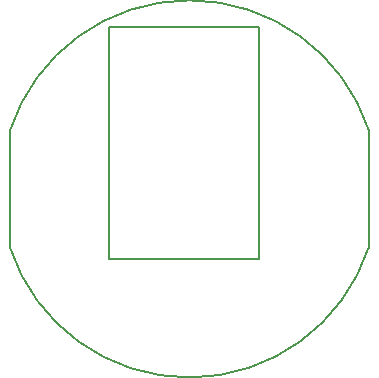
<source format=gbr>
G04 #@! TF.GenerationSoftware,KiCad,Pcbnew,(5.0.2)-1*
G04 #@! TF.CreationDate,2019-07-28T22:47:38+08:00*
G04 #@! TF.ProjectId,I2CS,49324353-2e6b-4696-9361-645f70636258,rev?*
G04 #@! TF.SameCoordinates,Original*
G04 #@! TF.FileFunction,Profile,NP*
%FSLAX46Y46*%
G04 Gerber Fmt 4.6, Leading zero omitted, Abs format (unit mm)*
G04 Created by KiCad (PCBNEW (5.0.2)-1) date 2019-07-28 22:47:38*
%MOMM*%
%LPD*%
G01*
G04 APERTURE LIST*
%ADD10C,0.150000*%
G04 APERTURE END LIST*
D10*
X118930420Y-112278160D02*
G75*
G03X149312695Y-112254866I15187333J4973650D01*
G01*
X149316440Y-112285780D02*
X149318980Y-102377240D01*
X118930420Y-112270540D02*
X118932960Y-102384860D01*
X149315418Y-102357255D02*
G75*
G03X118933143Y-102380549I-15187333J-4973650D01*
G01*
X127321891Y-113279491D02*
X127321891Y-93589411D01*
X140040747Y-113294981D02*
X127322967Y-113294981D01*
X140039671Y-93589411D02*
X127321891Y-93589411D01*
X140040747Y-113294981D02*
X140040747Y-93604901D01*
M02*

</source>
